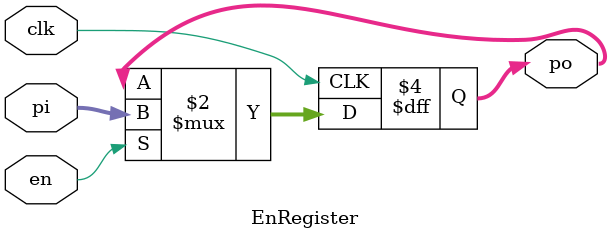
<source format=v>
module EnRegister (clk, pi, po, en);
parameter size = 32;
input clk, en;
input [size-1:0] pi;
output reg [size-1:0] po;

always @(posedge clk) begin
    if (en)
        po <= pi;
end
    
endmodule
</source>
